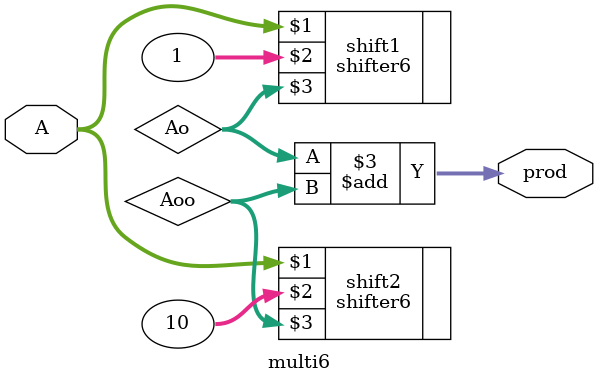
<source format=v>
`timescale 1ns / 1ps


module multi6(input [3:0]A,
              output [6:0] prod);

wire  [5:0]Ao, Aoo;

shifter6 shift1(A,01,Ao);
shifter6 shift2(A,10,Aoo);

assign prod = Ao+Aoo;

endmodule

</source>
